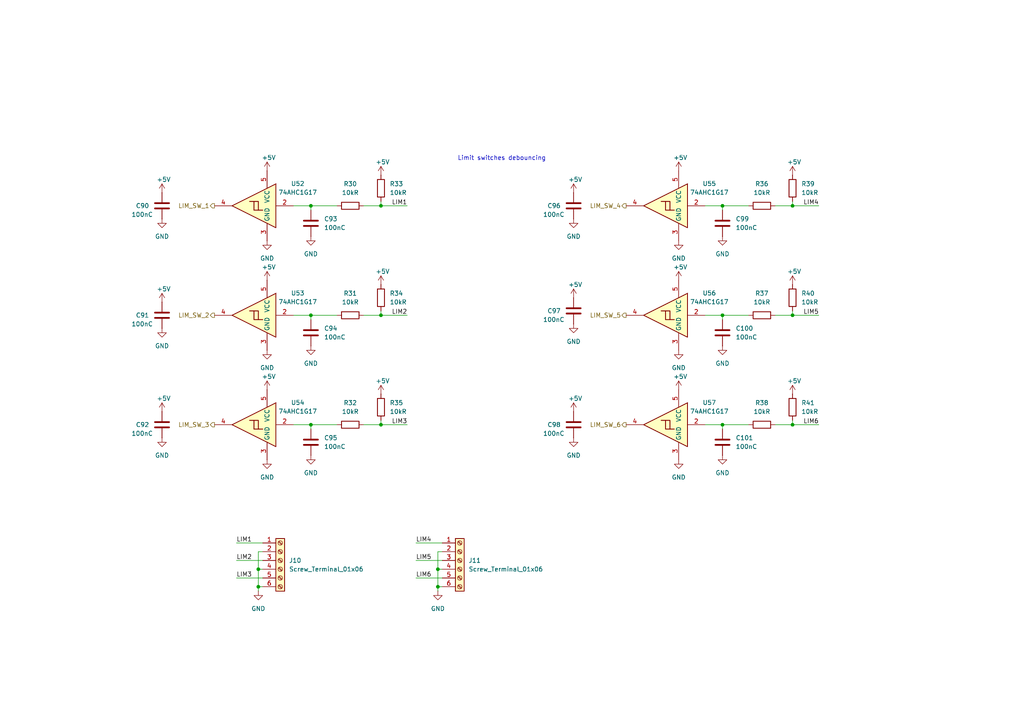
<source format=kicad_sch>
(kicad_sch (version 20250114) (generator "eeschema") (generator_version "9.0")
  (paper "A4")
  (lib_symbols
    (symbol "74xGxx:74LVC1G17"
      (property "Reference" "U" (at 0 3.81 0))
      (property "Value" "74LVC1G17" (at 0 -3.81 0))
      (symbol "74LVC1G17_0_1"
        (polyline (pts (xy -7.62 6.35) (xy -7.62 -6.35) (xy 5.08 0) (xy -7.62 6.35)) (stroke (width 0.254)) (fill (type background)))
        (polyline (pts (xy -3.81 -1.27) (xy -2.54 -1.27) (xy -2.54 1.27) (xy -1.27 1.27)) (stroke (width 0.254)) (fill (type background)))
        (polyline (pts (xy -2.54 -1.27) (xy -1.27 -1.27) (xy -1.27 1.27) (xy 0 1.27)) (stroke (width 0.254)) (fill (type background)))
      )
      (symbol "74LVC1G17_1_1"
        (pin input line (at -12.7 0 0) (length 5.08) (name "~") (number "2"))
        (pin no_connect line (at -7.62 5.08 180) (length 5.08) (hide yes) (name "NC") (number "1"))
        (pin power_in line (at -5.08 10.16 270) (length 5.08) (name "VCC") (number "5"))
        (pin power_in line (at -5.08 -10.16 90) (length 5.08) (name "GND") (number "3"))
        (pin output line (at 10.16 0 180) (length 5.08) (name "~") (number "4"))
      )
    )
    (symbol "Connector:Screw_Terminal_01x06" (pin_names (offset 1.016) (hide yes))
      (property "Reference" "J" (at 0 7.62 0))
      (property "Value" "Screw_Terminal_01x06" (at 0 -10.16 0))
      (symbol "Screw_Terminal_01x06_1_1"
        (rectangle (start -1.27 6.35) (end 1.27 -8.89) (stroke (width 0.254)) (fill (type background)))
        (polyline (pts (xy -0.5334 5.4102) (xy 0.3302 4.572)) (stroke (width 0.1524)))
        (polyline (pts (xy -0.5334 2.8702) (xy 0.3302 2.032)) (stroke (width 0.1524)))
        (polyline (pts (xy -0.5334 0.3302) (xy 0.3302 -0.508)) (stroke (width 0.1524)))
        (polyline (pts (xy -0.5334 -2.2098) (xy 0.3302 -3.048)) (stroke (width 0.1524)))
        (polyline (pts (xy -0.5334 -4.7498) (xy 0.3302 -5.588)) (stroke (width 0.1524)))
        (polyline (pts (xy -0.5334 -7.2898) (xy 0.3302 -8.128)) (stroke (width 0.1524)))
        (polyline (pts (xy -0.3556 5.588) (xy 0.508 4.7498)) (stroke (width 0.1524)))
        (polyline (pts (xy -0.3556 3.048) (xy 0.508 2.2098)) (stroke (width 0.1524)))
        (polyline (pts (xy -0.3556 0.508) (xy 0.508 -0.3302)) (stroke (width 0.1524)))
        (polyline (pts (xy -0.3556 -2.032) (xy 0.508 -2.8702)) (stroke (width 0.1524)))
        (polyline (pts (xy -0.3556 -4.572) (xy 0.508 -5.4102)) (stroke (width 0.1524)))
        (polyline (pts (xy -0.3556 -7.112) (xy 0.508 -7.9502)) (stroke (width 0.1524)))
        (circle (center 0 5.08) (radius 0.635) (stroke (width 0.1524)))
        (circle (center 0 2.54) (radius 0.635) (stroke (width 0.1524)))
        (circle (center 0 0) (radius 0.635) (stroke (width 0.1524)))
        (circle (center 0 -2.54) (radius 0.635) (stroke (width 0.1524)))
        (circle (center 0 -5.08) (radius 0.635) (stroke (width 0.1524)))
        (circle (center 0 -7.62) (radius 0.635) (stroke (width 0.1524)))
        (pin passive line (at -5.08 5.08 0) (length 3.81) (name "Pin_1") (number "1"))
        (pin passive line (at -5.08 2.54 0) (length 3.81) (name "Pin_2") (number "2"))
        (pin passive line (at -5.08 0 0) (length 3.81) (name "Pin_3") (number "3"))
        (pin passive line (at -5.08 -2.54 0) (length 3.81) (name "Pin_4") (number "4"))
        (pin passive line (at -5.08 -5.08 0) (length 3.81) (name "Pin_5") (number "5"))
        (pin passive line (at -5.08 -7.62 0) (length 3.81) (name "Pin_6") (number "6"))
      )
    )
    (symbol "Device:C" (pin_numbers (hide yes)) (pin_names (offset 0.254))
      (property "Reference" "C" (at 0.635 2.54 0))
      (property "Value" "C" (at 0.635 -2.54 0))
      (symbol "C_0_1"
        (polyline (pts (xy -2.032 0.762) (xy 2.032 0.762)) (stroke (width 0.508)))
        (polyline (pts (xy -2.032 -0.762) (xy 2.032 -0.762)) (stroke (width 0.508)))
      )
      (symbol "C_1_1"
        (pin passive line (at 0 3.81 270) (length 2.794) (name "~") (number "1"))
        (pin passive line (at 0 -3.81 90) (length 2.794) (name "~") (number "2"))
      )
    )
    (symbol "Device:R" (pin_numbers (hide yes)) (pin_names (offset 0))
      (property "Reference" "R" (at 2.032 0 90))
      (property "Value" "R" (at 0 0 90))
      (symbol "R_0_1"
        (rectangle (start -1.016 -2.54) (end 1.016 2.54) (stroke (width 0.254)))
      )
      (symbol "R_1_1"
        (pin passive line (at 0 3.81 270) (length 1.27) (name "~") (number "1"))
        (pin passive line (at 0 -3.81 90) (length 1.27) (name "~") (number "2"))
      )
    )
    (symbol "power:+5V" (power) (pin_numbers (hide yes)) (pin_names (offset 0) (hide yes))
      (property "Value" "+5V" (at 0 3.556 0))
      (symbol "+5V_0_1"
        (polyline (pts (xy -0.762 1.27) (xy 0 2.54)))
        (polyline (pts (xy 0 2.54) (xy 0.762 1.27)))
        (polyline (pts (xy 0 0) (xy 0 2.54)))
      )
      (symbol "+5V_1_1"
        (pin power_in line (at 0 0 90) (length 0) (name "~") (number "1"))
      )
    )
    (symbol "power:GND" (power) (pin_numbers (hide yes)) (pin_names (offset 0) (hide yes))
      (property "Value" "GND" (at 0 -3.81 0))
      (symbol "GND_0_1"
        (polyline (pts (xy 0 0) (xy 0 -1.27) (xy 1.27 -1.27) (xy 0 -2.54) (xy -1.27 -1.27) (xy 0 -1.27)))
      )
      (symbol "GND_1_1"
        (pin power_in line (at 0 0 270) (length 0) (name "~") (number "1"))
      )
    )
  )
  (text "Limit switches debouncing" (at 145.542 45.974 0) (effects (font (size 1.27 1.27))))
  (junction (at 229.87 123.19))
  (junction (at 127 170.18))
  (junction (at 209.55 123.19))
  (junction (at 74.93 165.1))
  (junction (at 74.93 170.18))
  (junction (at 209.55 59.69))
  (junction (at 90.17 123.19))
  (junction (at 110.49 91.44))
  (junction (at 110.49 123.19))
  (junction (at 127 165.1))
  (junction (at 209.55 91.44))
  (junction (at 229.87 59.69))
  (junction (at 90.17 91.44))
  (junction (at 110.49 59.69))
  (junction (at 229.87 91.44))
  (junction (at 90.17 59.69))
  (wire (pts (xy 105.41 59.69) (xy 110.49 59.69)))
  (wire (pts (xy 74.93 170.18) (xy 74.93 165.1)))
  (wire (pts (xy 229.87 91.44) (xy 229.87 90.17)))
  (wire (pts (xy 209.55 123.19) (xy 217.17 123.19)))
  (wire (pts (xy 224.79 123.19) (xy 229.87 123.19)))
  (wire (pts (xy 105.41 91.44) (xy 110.49 91.44)))
  (wire (pts (xy 237.49 91.44) (xy 229.87 91.44)))
  (wire (pts (xy 209.55 91.44) (xy 217.17 91.44)))
  (wire (pts (xy 127 170.18) (xy 128.27 170.18)))
  (wire (pts (xy 204.47 59.69) (xy 209.55 59.69)))
  (wire (pts (xy 90.17 91.44) (xy 90.17 92.71)))
  (wire (pts (xy 209.55 123.19) (xy 209.55 124.46)))
  (wire (pts (xy 74.93 170.18) (xy 76.2 170.18)))
  (wire (pts (xy 68.58 167.64) (xy 76.2 167.64)))
  (wire (pts (xy 127 165.1) (xy 127 170.18)))
  (wire (pts (xy 237.49 59.69) (xy 229.87 59.69)))
  (wire (pts (xy 128.27 160.02) (xy 127 160.02)))
  (wire (pts (xy 209.55 59.69) (xy 217.17 59.69)))
  (wire (pts (xy 110.49 123.19) (xy 110.49 121.92)))
  (wire (pts (xy 224.79 59.69) (xy 229.87 59.69)))
  (wire (pts (xy 118.11 91.44) (xy 110.49 91.44)))
  (wire (pts (xy 118.11 123.19) (xy 110.49 123.19)))
  (wire (pts (xy 74.93 160.02) (xy 76.2 160.02)))
  (wire (pts (xy 68.58 162.56) (xy 76.2 162.56)))
  (wire (pts (xy 224.79 91.44) (xy 229.87 91.44)))
  (wire (pts (xy 110.49 91.44) (xy 110.49 90.17)))
  (wire (pts (xy 74.93 165.1) (xy 74.93 160.02)))
  (wire (pts (xy 204.47 123.19) (xy 209.55 123.19)))
  (wire (pts (xy 74.93 165.1) (xy 76.2 165.1)))
  (wire (pts (xy 105.41 123.19) (xy 110.49 123.19)))
  (wire (pts (xy 120.65 162.56) (xy 128.27 162.56)))
  (wire (pts (xy 128.27 165.1) (xy 127 165.1)))
  (wire (pts (xy 85.09 59.69) (xy 90.17 59.69)))
  (wire (pts (xy 229.87 123.19) (xy 229.87 121.92)))
  (wire (pts (xy 127 160.02) (xy 127 165.1)))
  (wire (pts (xy 68.58 157.48) (xy 76.2 157.48)))
  (wire (pts (xy 204.47 91.44) (xy 209.55 91.44)))
  (wire (pts (xy 120.65 167.64) (xy 128.27 167.64)))
  (wire (pts (xy 85.09 91.44) (xy 90.17 91.44)))
  (wire (pts (xy 120.65 157.48) (xy 128.27 157.48)))
  (wire (pts (xy 229.87 59.69) (xy 229.87 58.42)))
  (wire (pts (xy 90.17 59.69) (xy 97.79 59.69)))
  (wire (pts (xy 90.17 59.69) (xy 90.17 60.96)))
  (wire (pts (xy 90.17 123.19) (xy 97.79 123.19)))
  (wire (pts (xy 90.17 123.19) (xy 90.17 124.46)))
  (wire (pts (xy 110.49 59.69) (xy 110.49 58.42)))
  (wire (pts (xy 209.55 59.69) (xy 209.55 60.96)))
  (wire (pts (xy 127 171.45) (xy 127 170.18)))
  (wire (pts (xy 209.55 91.44) (xy 209.55 92.71)))
  (wire (pts (xy 118.11 59.69) (xy 110.49 59.69)))
  (wire (pts (xy 74.93 171.45) (xy 74.93 170.18)))
  (wire (pts (xy 85.09 123.19) (xy 90.17 123.19)))
  (wire (pts (xy 90.17 91.44) (xy 97.79 91.44)))
  (wire (pts (xy 237.49 123.19) (xy 229.87 123.19)))
  (label "LIM5" (at 120.65 162.56 0))
  (label "LIM2" (at 68.58 162.56 0))
  (label "LIM1" (at 118.11 59.69 180))
  (label "LIM6" (at 120.65 167.64 0))
  (label "LIM4" (at 120.65 157.48 0))
  (label "LIM1" (at 68.58 157.48 0))
  (label "LIM5" (at 237.49 91.44 180))
  (label "LIM2" (at 118.11 91.44 180))
  (label "LIM3" (at 118.11 123.19 180))
  (label "LIM6" (at 237.49 123.19 180))
  (label "LIM4" (at 237.49 59.69 180))
  (label "LIM3" (at 68.58 167.64 0))
  (hierarchical_label "LIM_SW_4" (shape output) (at 181.61 59.69 180))
  (hierarchical_label "LIM_SW_5" (shape output) (at 181.61 91.44 180))
  (hierarchical_label "LIM_SW_2" (shape output) (at 62.23 91.44 180))
  (hierarchical_label "LIM_SW_3" (shape output) (at 62.23 123.19 180))
  (hierarchical_label "LIM_SW_6" (shape output) (at 181.61 123.19 180))
  (hierarchical_label "LIM_SW_1" (shape output) (at 62.23 59.69 180))
  (symbol (lib_id "Connector:Screw_Terminal_01x06") (at 133.35 162.56 0) (unit 1)
    (property "Reference" "J11" (at 135.89 162.5599 0) (effects (justify left)))
    (property "Value" "Screw_Terminal_01x06" (at 135.89 165.0999 0) (effects (justify left)))
    (property "Footprint" "TerminalBlock_Phoenix:TerminalBlock_Phoenix_MPT-0,5-6-2.54_1x06_P2.54mm_Horizontal" (effects (hide yes)))
    (property "Description" "Generic screw terminal, single row, 01x06, script generated (kicad-library-utils/schlib/autogen/connector/)" (effects (hide yes)))
  )
  (symbol (lib_id "power:GND") (at 196.85 133.35 0) (mirror y) (unit 1)
    (property "Reference" "#PWR0340" (effects (hide yes)))
    (property "Value" "GND" (at 196.85 138.43 0))
    (property "Description" "Power symbol creates a global label with name \"GND\" , ground" (effects (hide yes)))
  )
  (symbol (lib_id "Device:C") (at 46.99 59.69 0) (unit 1)
    (property "Reference" "C90" (at 39.37 59.69 0) (effects (justify left)))
    (property "Value" "100nC" (at 38.1 62.23 0) (effects (justify left)))
    (property "Footprint" "Capacitor_SMD:C_0805_2012Metric" (effects (hide yes)))
  )
  (symbol (lib_id "power:+5V") (at 77.47 113.03 0) (mirror y) (unit 1)
    (property "Reference" "#PWR0320" (effects (hide yes)))
    (property "Value" "+5V" (at 80.01 109.22 0) (effects (justify left)))
  )
  (symbol (lib_id "power:+5V") (at 110.49 50.8 0) (mirror y) (unit 1)
    (property "Reference" "#PWR0325" (effects (hide yes)))
    (property "Value" "+5V" (at 113.03 46.99 0) (effects (justify left)))
  )
  (symbol (lib_id "power:GND") (at 166.37 93.98 0) (unit 1)
    (property "Reference" "#PWR0332" (effects (hide yes)))
    (property "Value" "GND" (at 166.37 99.06 0))
    (property "Description" "Power symbol creates a global label with name \"GND\" , ground" (effects (hide yes)))
  )
  (symbol (lib_id "Device:C") (at 166.37 123.19 0) (unit 1)
    (property "Reference" "C98" (at 158.75 123.19 0) (effects (justify left)))
    (property "Value" "100nC" (at 157.48 125.73 0) (effects (justify left)))
    (property "Footprint" "Capacitor_SMD:C_0805_2012Metric" (effects (hide yes)))
  )
  (symbol (lib_id "power:+5V") (at 77.47 49.53 0) (mirror y) (unit 1)
    (property "Reference" "#PWR0316" (effects (hide yes)))
    (property "Value" "+5V" (at 80.01 45.72 0) (effects (justify left)))
  )
  (symbol (lib_id "power:GND") (at 196.85 101.6 0) (mirror y) (unit 1)
    (property "Reference" "#PWR0338" (effects (hide yes)))
    (property "Value" "GND" (at 196.85 106.68 0))
    (property "Description" "Power symbol creates a global label with name \"GND\" , ground" (effects (hide yes)))
  )
  (symbol (lib_id "Device:C") (at 166.37 59.69 0) (unit 1)
    (property "Reference" "C96" (at 158.75 59.69 0) (effects (justify left)))
    (property "Value" "100nC" (at 157.48 62.23 0) (effects (justify left)))
    (property "Footprint" "Capacitor_SMD:C_0805_2012Metric" (effects (hide yes)))
  )
  (symbol (lib_id "power:GND") (at 90.17 132.08 0) (unit 1)
    (property "Reference" "#PWR0324" (effects (hide yes)))
    (property "Value" "GND" (at 90.17 137.16 0))
    (property "Description" "Power symbol creates a global label with name \"GND\" , ground" (effects (hide yes)))
  )
  (symbol (lib_id "Device:R") (at 220.98 59.69 90) (unit 1)
    (property "Reference" "R36" (at 220.98 53.34 90))
    (property "Value" "10kR" (at 220.98 55.88 90))
    (property "Footprint" "Resistor_SMD:R_0805_2012Metric" (effects (hide yes)))
    (property "Description" "Resistor" (effects (hide yes)))
  )
  (symbol (lib_id "Device:C") (at 166.37 90.17 0) (unit 1)
    (property "Reference" "C97" (at 158.75 90.17 0) (effects (justify left)))
    (property "Value" "100nC" (at 157.48 92.71 0) (effects (justify left)))
    (property "Footprint" "Capacitor_SMD:C_0805_2012Metric" (effects (hide yes)))
  )
  (symbol (lib_id "power:+5V") (at 166.37 86.36 0) (mirror y) (unit 1)
    (property "Reference" "#PWR0331" (effects (hide yes)))
    (property "Value" "+5V" (at 168.91 82.55 0) (effects (justify left)))
  )
  (symbol (lib_id "power:+5V") (at 46.99 119.38 0) (mirror y) (unit 1)
    (property "Reference" "#PWR0313" (effects (hide yes)))
    (property "Value" "+5V" (at 49.53 115.57 0) (effects (justify left)))
  )
  (symbol (lib_id "Device:C") (at 46.99 123.19 0) (unit 1)
    (property "Reference" "C92" (at 39.37 123.19 0) (effects (justify left)))
    (property "Value" "100nC" (at 38.1 125.73 0) (effects (justify left)))
    (property "Footprint" "Capacitor_SMD:C_0805_2012Metric" (effects (hide yes)))
  )
  (symbol (lib_id "power:+5V") (at 229.87 82.55 0) (mirror y) (unit 1)
    (property "Reference" "#PWR0345" (effects (hide yes)))
    (property "Value" "+5V" (at 232.41 78.74 0) (effects (justify left)))
  )
  (symbol (lib_id "Device:R") (at 101.6 91.44 90) (unit 1)
    (property "Reference" "R31" (at 101.6 85.09 90))
    (property "Value" "10kR" (at 101.6 87.63 90))
    (property "Footprint" "Resistor_SMD:R_0805_2012Metric" (effects (hide yes)))
    (property "Description" "Resistor" (effects (hide yes)))
  )
  (symbol (lib_id "Device:C") (at 90.17 128.27 0) (unit 1)
    (property "Reference" "C95" (at 93.98 126.9999 0) (effects (justify left)))
    (property "Value" "100nC" (at 93.98 129.5399 0) (effects (justify left)))
    (property "Footprint" "Capacitor_SMD:C_0805_2012Metric" (effects (hide yes)))
    (property "Description" "Unpolarized capacitor" (effects (hide yes)))
  )
  (symbol (lib_id "power:+5V") (at 196.85 49.53 0) (mirror y) (unit 1)
    (property "Reference" "#PWR0335" (effects (hide yes)))
    (property "Value" "+5V" (at 199.39 45.72 0) (effects (justify left)))
  )
  (symbol (lib_id "power:GND") (at 46.99 127 0) (unit 1)
    (property "Reference" "#PWR0314" (effects (hide yes)))
    (property "Value" "GND" (at 46.99 132.08 0))
    (property "Description" "Power symbol creates a global label with name \"GND\" , ground" (effects (hide yes)))
  )
  (symbol (lib_id "power:+5V") (at 77.47 81.28 0) (mirror y) (unit 1)
    (property "Reference" "#PWR0318" (effects (hide yes)))
    (property "Value" "+5V" (at 80.01 77.47 0) (effects (justify left)))
  )
  (symbol (lib_id "Device:R") (at 110.49 118.11 180) (unit 1)
    (property "Reference" "R35" (at 113.03 116.8399 0) (effects (justify right)))
    (property "Value" "10kR" (at 113.03 119.3799 0) (effects (justify right)))
    (property "Footprint" "Resistor_SMD:R_0805_2012Metric" (effects (hide yes)))
    (property "Description" "Resistor" (effects (hide yes)))
  )
  (symbol (lib_id "power:GND") (at 90.17 68.58 0) (unit 1)
    (property "Reference" "#PWR0322" (effects (hide yes)))
    (property "Value" "GND" (at 90.17 73.66 0))
    (property "Description" "Power symbol creates a global label with name \"GND\" , ground" (effects (hide yes)))
  )
  (symbol (lib_id "power:GND") (at 166.37 127 0) (unit 1)
    (property "Reference" "#PWR0334" (effects (hide yes)))
    (property "Value" "GND" (at 166.37 132.08 0))
    (property "Description" "Power symbol creates a global label with name \"GND\" , ground" (effects (hide yes)))
  )
  (symbol (lib_id "power:GND") (at 209.55 132.08 0) (unit 1)
    (property "Reference" "#PWR0343" (effects (hide yes)))
    (property "Value" "GND" (at 209.55 137.16 0))
    (property "Description" "Power symbol creates a global label with name \"GND\" , ground" (effects (hide yes)))
  )
  (symbol (lib_id "power:+5V") (at 110.49 82.55 0) (mirror y) (unit 1)
    (property "Reference" "#PWR0326" (effects (hide yes)))
    (property "Value" "+5V" (at 113.03 78.74 0) (effects (justify left)))
  )
  (symbol (lib_id "power:GND") (at 166.37 63.5 0) (unit 1)
    (property "Reference" "#PWR0330" (effects (hide yes)))
    (property "Value" "GND" (at 166.37 68.58 0))
    (property "Description" "Power symbol creates a global label with name \"GND\" , ground" (effects (hide yes)))
  )
  (symbol (lib_id "power:GND") (at 77.47 133.35 0) (mirror y) (unit 1)
    (property "Reference" "#PWR0321" (effects (hide yes)))
    (property "Value" "GND" (at 77.47 138.43 0))
    (property "Description" "Power symbol creates a global label with name \"GND\" , ground" (effects (hide yes)))
  )
  (symbol (lib_id "Device:R") (at 110.49 86.36 180) (unit 1)
    (property "Reference" "R34" (at 113.03 85.0899 0) (effects (justify right)))
    (property "Value" "10kR" (at 113.03 87.6299 0) (effects (justify right)))
    (property "Footprint" "Resistor_SMD:R_0805_2012Metric" (effects (hide yes)))
    (property "Description" "Resistor" (effects (hide yes)))
  )
  (symbol (lib_id "power:GND") (at 77.47 101.6 0) (mirror y) (unit 1)
    (property "Reference" "#PWR0319" (effects (hide yes)))
    (property "Value" "GND" (at 77.47 106.68 0))
    (property "Description" "Power symbol creates a global label with name \"GND\" , ground" (effects (hide yes)))
  )
  (symbol (lib_id "power:GND") (at 209.55 100.33 0) (unit 1)
    (property "Reference" "#PWR0342" (effects (hide yes)))
    (property "Value" "GND" (at 209.55 105.41 0))
    (property "Description" "Power symbol creates a global label with name \"GND\" , ground" (effects (hide yes)))
  )
  (symbol (lib_id "Device:R") (at 101.6 59.69 90) (unit 1)
    (property "Reference" "R30" (at 101.6 53.34 90))
    (property "Value" "10kR" (at 101.6 55.88 90))
    (property "Footprint" "Resistor_SMD:R_0805_2012Metric" (effects (hide yes)))
    (property "Description" "Resistor" (effects (hide yes)))
  )
  (symbol (lib_id "power:GND") (at 46.99 95.25 0) (unit 1)
    (property "Reference" "#PWR0312" (effects (hide yes)))
    (property "Value" "GND" (at 46.99 100.33 0))
    (property "Description" "Power symbol creates a global label with name \"GND\" , ground" (effects (hide yes)))
  )
  (symbol (lib_id "power:GND") (at 127 171.45 0) (unit 1)
    (property "Reference" "#PWR0328" (effects (hide yes)))
    (property "Value" "GND" (at 127 176.53 0))
    (property "Description" "Power symbol creates a global label with name \"GND\" , ground" (effects (hide yes)))
  )
  (symbol (lib_id "power:GND") (at 77.47 69.85 0) (mirror y) (unit 1)
    (property "Reference" "#PWR0317" (effects (hide yes)))
    (property "Value" "GND" (at 77.47 74.93 0))
    (property "Description" "Power symbol creates a global label with name \"GND\" , ground" (effects (hide yes)))
  )
  (symbol (lib_id "Device:R") (at 229.87 86.36 180) (unit 1)
    (property "Reference" "R40" (at 232.41 85.0899 0) (effects (justify right)))
    (property "Value" "10kR" (at 232.41 87.6299 0) (effects (justify right)))
    (property "Footprint" "Resistor_SMD:R_0805_2012Metric" (effects (hide yes)))
    (property "Description" "Resistor" (effects (hide yes)))
  )
  (symbol (lib_id "power:GND") (at 209.55 68.58 0) (unit 1)
    (property "Reference" "#PWR0341" (effects (hide yes)))
    (property "Value" "GND" (at 209.55 73.66 0))
    (property "Description" "Power symbol creates a global label with name \"GND\" , ground" (effects (hide yes)))
  )
  (symbol (lib_id "power:+5V") (at 166.37 55.88 0) (mirror y) (unit 1)
    (property "Reference" "#PWR0329" (effects (hide yes)))
    (property "Value" "+5V" (at 168.91 52.07 0) (effects (justify left)))
  )
  (symbol (lib_id "74xGxx:74LVC1G17") (at 72.39 91.44 0) (mirror y) (unit 1)
    (property "Reference" "U53" (at 86.36 85.0198 0))
    (property "Value" "74AHC1G17" (at 86.36 87.5598 0))
    (property "Footprint" "Package_TO_SOT_SMD:SC-74A-5_1.55x2.9mm_P0.95mm" (effects (hide yes)))
    (property "Datasheet" "https://assets.nexperia.com/documents/data-sheet/74AHC_AHCT1G17.pdf" (effects (hide yes)))
    (property "Description" "Single Schmitt Buffer Gate, Low-Voltage CMOS" (effects (hide yes)))
    (property "MPN" "74AHC1G17GVH" (effects (hide yes)))
  )
  (symbol (lib_id "Device:C") (at 90.17 96.52 0) (unit 1)
    (property "Reference" "C94" (at 93.98 95.2499 0) (effects (justify left)))
    (property "Value" "100nC" (at 93.98 97.7899 0) (effects (justify left)))
    (property "Footprint" "Capacitor_SMD:C_0805_2012Metric" (effects (hide yes)))
    (property "Description" "Unpolarized capacitor" (effects (hide yes)))
  )
  (symbol (lib_id "Device:R") (at 101.6 123.19 90) (unit 1)
    (property "Reference" "R32" (at 101.6 116.84 90))
    (property "Value" "10kR" (at 101.6 119.38 90))
    (property "Footprint" "Resistor_SMD:R_0805_2012Metric" (effects (hide yes)))
    (property "Description" "Resistor" (effects (hide yes)))
  )
  (symbol (lib_id "power:+5V") (at 229.87 114.3 0) (mirror y) (unit 1)
    (property "Reference" "#PWR0346" (effects (hide yes)))
    (property "Value" "+5V" (at 232.41 110.49 0) (effects (justify left)))
  )
  (symbol (lib_id "Device:R") (at 229.87 54.61 180) (unit 1)
    (property "Reference" "R39" (at 232.41 53.3399 0) (effects (justify right)))
    (property "Value" "10kR" (at 232.41 55.8799 0) (effects (justify right)))
    (property "Footprint" "Resistor_SMD:R_0805_2012Metric" (effects (hide yes)))
    (property "Description" "Resistor" (effects (hide yes)))
  )
  (symbol (lib_id "power:+5V") (at 196.85 113.03 0) (mirror y) (unit 1)
    (property "Reference" "#PWR0339" (effects (hide yes)))
    (property "Value" "+5V" (at 199.39 109.22 0) (effects (justify left)))
  )
  (symbol (lib_id "power:+5V") (at 46.99 55.88 0) (mirror y) (unit 1)
    (property "Reference" "#PWR0309" (effects (hide yes)))
    (property "Value" "+5V" (at 49.53 52.07 0) (effects (justify left)))
  )
  (symbol (lib_id "Device:C") (at 90.17 64.77 0) (unit 1)
    (property "Reference" "C93" (at 93.98 63.4999 0) (effects (justify left)))
    (property "Value" "100nC" (at 93.98 66.0399 0) (effects (justify left)))
    (property "Footprint" "Capacitor_SMD:C_0805_2012Metric" (effects (hide yes)))
    (property "Description" "Unpolarized capacitor" (effects (hide yes)))
  )
  (symbol (lib_id "power:+5V") (at 196.85 81.28 0) (mirror y) (unit 1)
    (property "Reference" "#PWR0337" (effects (hide yes)))
    (property "Value" "+5V" (at 199.39 77.47 0) (effects (justify left)))
  )
  (symbol (lib_id "Device:C") (at 209.55 96.52 0) (unit 1)
    (property "Reference" "C100" (at 213.36 95.2499 0) (effects (justify left)))
    (property "Value" "100nC" (at 213.36 97.7899 0) (effects (justify left)))
    (property "Footprint" "Capacitor_SMD:C_0805_2012Metric" (effects (hide yes)))
    (property "Description" "Unpolarized capacitor" (effects (hide yes)))
  )
  (symbol (lib_id "Device:C") (at 209.55 128.27 0) (unit 1)
    (property "Reference" "C101" (at 213.36 126.9999 0) (effects (justify left)))
    (property "Value" "100nC" (at 213.36 129.5399 0) (effects (justify left)))
    (property "Footprint" "Capacitor_SMD:C_0805_2012Metric" (effects (hide yes)))
    (property "Description" "Unpolarized capacitor" (effects (hide yes)))
  )
  (symbol (lib_id "power:+5V") (at 166.37 119.38 0) (mirror y) (unit 1)
    (property "Reference" "#PWR0333" (effects (hide yes)))
    (property "Value" "+5V" (at 168.91 115.57 0) (effects (justify left)))
  )
  (symbol (lib_id "Connector:Screw_Terminal_01x06") (at 81.28 162.56 0) (unit 1)
    (property "Reference" "J10" (at 83.82 162.5599 0) (effects (justify left)))
    (property "Value" "Screw_Terminal_01x06" (at 83.82 165.0999 0) (effects (justify left)))
    (property "Footprint" "TerminalBlock_Phoenix:TerminalBlock_Phoenix_MPT-0,5-6-2.54_1x06_P2.54mm_Horizontal" (effects (hide yes)))
    (property "Description" "Generic screw terminal, single row, 01x06, script generated (kicad-library-utils/schlib/autogen/connector/)" (effects (hide yes)))
  )
  (symbol (lib_id "power:+5V") (at 46.99 87.63 0) (mirror y) (unit 1)
    (property "Reference" "#PWR0311" (effects (hide yes)))
    (property "Value" "+5V" (at 49.53 83.82 0) (effects (justify left)))
  )
  (symbol (lib_id "power:GND") (at 196.85 69.85 0) (mirror y) (unit 1)
    (property "Reference" "#PWR0336" (effects (hide yes)))
    (property "Value" "GND" (at 196.85 74.93 0))
    (property "Description" "Power symbol creates a global label with name \"GND\" , ground" (effects (hide yes)))
  )
  (symbol (lib_id "power:GND") (at 46.99 63.5 0) (unit 1)
    (property "Reference" "#PWR0310" (effects (hide yes)))
    (property "Value" "GND" (at 46.99 68.58 0))
    (property "Description" "Power symbol creates a global label with name \"GND\" , ground" (effects (hide yes)))
  )
  (symbol (lib_id "power:+5V") (at 110.49 114.3 0) (mirror y) (unit 1)
    (property "Reference" "#PWR0327" (effects (hide yes)))
    (property "Value" "+5V" (at 113.03 110.49 0) (effects (justify left)))
  )
  (symbol (lib_id "74xGxx:74LVC1G17") (at 191.77 91.44 0) (mirror y) (unit 1)
    (property "Reference" "U56" (at 205.74 85.0198 0))
    (property "Value" "74AHC1G17" (at 205.74 87.5598 0))
    (property "Footprint" "Package_TO_SOT_SMD:SC-74A-5_1.55x2.9mm_P0.95mm" (effects (hide yes)))
    (property "Datasheet" "https://assets.nexperia.com/documents/data-sheet/74AHC_AHCT1G17.pdf" (effects (hide yes)))
    (property "Description" "Single Schmitt Buffer Gate, Low-Voltage CMOS" (effects (hide yes)))
    (property "MPN" "74AHC1G17GVH" (effects (hide yes)))
  )
  (symbol (lib_id "power:GND") (at 90.17 100.33 0) (unit 1)
    (property "Reference" "#PWR0323" (effects (hide yes)))
    (property "Value" "GND" (at 90.17 105.41 0))
    (property "Description" "Power symbol creates a global label with name \"GND\" , ground" (effects (hide yes)))
  )
  (symbol (lib_id "Device:C") (at 209.55 64.77 0) (unit 1)
    (property "Reference" "C99" (at 213.36 63.4999 0) (effects (justify left)))
    (property "Value" "100nC" (at 213.36 66.0399 0) (effects (justify left)))
    (property "Footprint" "Capacitor_SMD:C_0805_2012Metric" (effects (hide yes)))
    (property "Description" "Unpolarized capacitor" (effects (hide yes)))
  )
  (symbol (lib_id "Device:R") (at 229.87 118.11 180) (unit 1)
    (property "Reference" "R41" (at 232.41 116.8399 0) (effects (justify right)))
    (property "Value" "10kR" (at 232.41 119.3799 0) (effects (justify right)))
    (property "Footprint" "Resistor_SMD:R_0805_2012Metric" (effects (hide yes)))
    (property "Description" "Resistor" (effects (hide yes)))
  )
  (symbol (lib_id "74xGxx:74LVC1G17") (at 72.39 123.19 0) (mirror y) (unit 1)
    (property "Reference" "U54" (at 86.36 116.7698 0))
    (property "Value" "74AHC1G17" (at 86.36 119.3098 0))
    (property "Footprint" "Package_TO_SOT_SMD:SC-74A-5_1.55x2.9mm_P0.95mm" (effects (hide yes)))
    (property "Datasheet" "https://assets.nexperia.com/documents/data-sheet/74AHC_AHCT1G17.pdf" (effects (hide yes)))
    (property "Description" "Single Schmitt Buffer Gate, Low-Voltage CMOS" (effects (hide yes)))
    (property "MPN" "74AHC1G17GVH" (effects (hide yes)))
  )
  (symbol (lib_id "74xGxx:74LVC1G17") (at 72.39 59.69 0) (mirror y) (unit 1)
    (property "Reference" "U52" (at 86.36 53.2698 0))
    (property "Value" "74AHC1G17" (at 86.36 55.8098 0))
    (property "Footprint" "Package_TO_SOT_SMD:SC-74A-5_1.55x2.9mm_P0.95mm" (effects (hide yes)))
    (property "Datasheet" "https://assets.nexperia.com/documents/data-sheet/74AHC_AHCT1G17.pdf" (effects (hide yes)))
    (property "Description" "Single Schmitt Buffer Gate, Low-Voltage CMOS" (effects (hide yes)))
    (property "MPN" "74AHC1G17GVH" (effects (hide yes)))
  )
  (symbol (lib_id "power:GND") (at 74.93 171.45 0) (unit 1)
    (property "Reference" "#PWR0315" (effects (hide yes)))
    (property "Value" "GND" (at 74.93 176.53 0))
    (property "Description" "Power symbol creates a global label with name \"GND\" , ground" (effects (hide yes)))
  )
  (symbol (lib_id "Device:C") (at 46.99 91.44 0) (unit 1)
    (property "Reference" "C91" (at 39.37 91.44 0) (effects (justify left)))
    (property "Value" "100nC" (at 38.1 93.98 0) (effects (justify left)))
    (property "Footprint" "Capacitor_SMD:C_0805_2012Metric" (effects (hide yes)))
  )
  (symbol (lib_id "Device:R") (at 110.49 54.61 180) (unit 1)
    (property "Reference" "R33" (at 113.03 53.3399 0) (effects (justify right)))
    (property "Value" "10kR" (at 113.03 55.8799 0) (effects (justify right)))
    (property "Footprint" "Resistor_SMD:R_0805_2012Metric" (effects (hide yes)))
    (property "Description" "Resistor" (effects (hide yes)))
  )
  (symbol (lib_id "Device:R") (at 220.98 123.19 90) (unit 1)
    (property "Reference" "R38" (at 220.98 116.84 90))
    (property "Value" "10kR" (at 220.98 119.38 90))
    (property "Footprint" "Resistor_SMD:R_0805_2012Metric" (effects (hide yes)))
    (property "Description" "Resistor" (effects (hide yes)))
  )
  (symbol (lib_id "power:+5V") (at 229.87 50.8 0) (mirror y) (unit 1)
    (property "Reference" "#PWR0344" (effects (hide yes)))
    (property "Value" "+5V" (at 232.41 46.99 0) (effects (justify left)))
  )
  (symbol (lib_id "74xGxx:74LVC1G17") (at 191.77 123.19 0) (mirror y) (unit 1)
    (property "Reference" "U57" (at 205.74 116.7698 0))
    (property "Value" "74AHC1G17" (at 205.74 119.3098 0))
    (property "Footprint" "Package_TO_SOT_SMD:SC-74A-5_1.55x2.9mm_P0.95mm" (effects (hide yes)))
    (property "Datasheet" "https://assets.nexperia.com/documents/data-sheet/74AHC_AHCT1G17.pdf" (effects (hide yes)))
    (property "Description" "Single Schmitt Buffer Gate, Low-Voltage CMOS" (effects (hide yes)))
    (property "MPN" "74AHC1G17GVH" (effects (hide yes)))
  )
  (symbol (lib_id "Device:R") (at 220.98 91.44 90) (unit 1)
    (property "Reference" "R37" (at 220.98 85.09 90))
    (property "Value" "10kR" (at 220.98 87.63 90))
    (property "Footprint" "Resistor_SMD:R_0805_2012Metric" (effects (hide yes)))
    (property "Description" "Resistor" (effects (hide yes)))
  )
  (symbol (lib_id "74xGxx:74LVC1G17") (at 191.77 59.69 0) (mirror y) (unit 1)
    (property "Reference" "U55" (at 205.74 53.2698 0))
    (property "Value" "74AHC1G17" (at 205.74 55.8098 0))
    (property "Footprint" "Package_TO_SOT_SMD:SC-74A-5_1.55x2.9mm_P0.95mm" (effects (hide yes)))
    (property "Datasheet" "https://assets.nexperia.com/documents/data-sheet/74AHC_AHCT1G17.pdf" (effects (hide yes)))
    (property "Description" "Single Schmitt Buffer Gate, Low-Voltage CMOS" (effects (hide yes)))
    (property "MPN" "74AHC1G17GVH" (effects (hide yes)))
  )
)
</source>
